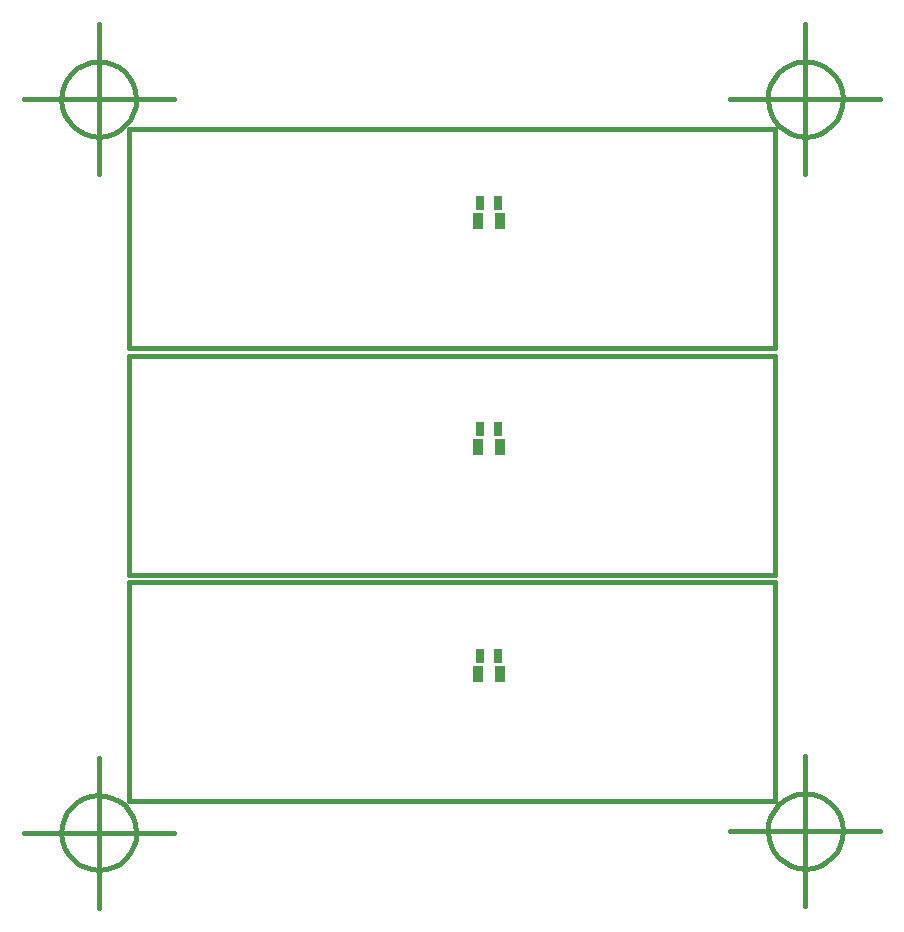
<source format=gbp>
G04 (created by PCBNEW-RS274X (2010-03-14)-final) date dom 30 oct 2011 23:58:25 ART*
G01*
G70*
G90*
%MOIN*%
G04 Gerber Fmt 3.4, Leading zero omitted, Abs format*
%FSLAX34Y34*%
G04 APERTURE LIST*
%ADD10C,0.000000*%
%ADD11C,0.015000*%
%ADD12R,0.035000X0.055000*%
%ADD13R,0.025000X0.045000*%
G04 APERTURE END LIST*
G54D10*
G54D11*
X79150Y-29750D02*
X79126Y-29992D01*
X79055Y-30226D01*
X78941Y-30441D01*
X78786Y-30630D01*
X78598Y-30786D01*
X78384Y-30902D01*
X78151Y-30974D01*
X77908Y-30999D01*
X77666Y-30977D01*
X77432Y-30908D01*
X77216Y-30795D01*
X77026Y-30643D01*
X76869Y-30456D01*
X76752Y-30242D01*
X76678Y-30009D01*
X76651Y-29767D01*
X76671Y-29525D01*
X76738Y-29290D01*
X76850Y-29073D01*
X77001Y-28882D01*
X77187Y-28724D01*
X77400Y-28605D01*
X77632Y-28530D01*
X77874Y-28501D01*
X78117Y-28519D01*
X78352Y-28585D01*
X78569Y-28695D01*
X78762Y-28845D01*
X78921Y-29030D01*
X79041Y-29242D01*
X79118Y-29474D01*
X79149Y-29716D01*
X79150Y-29750D01*
X75400Y-29750D02*
X80400Y-29750D01*
X77900Y-27250D02*
X77900Y-32250D01*
X79150Y-54150D02*
X79126Y-54392D01*
X79055Y-54626D01*
X78941Y-54841D01*
X78786Y-55030D01*
X78598Y-55186D01*
X78384Y-55302D01*
X78151Y-55374D01*
X77908Y-55399D01*
X77666Y-55377D01*
X77432Y-55308D01*
X77216Y-55195D01*
X77026Y-55043D01*
X76869Y-54856D01*
X76752Y-54642D01*
X76678Y-54409D01*
X76651Y-54167D01*
X76671Y-53925D01*
X76738Y-53690D01*
X76850Y-53473D01*
X77001Y-53282D01*
X77187Y-53124D01*
X77400Y-53005D01*
X77632Y-52930D01*
X77874Y-52901D01*
X78117Y-52919D01*
X78352Y-52985D01*
X78569Y-53095D01*
X78762Y-53245D01*
X78921Y-53430D01*
X79041Y-53642D01*
X79118Y-53874D01*
X79149Y-54116D01*
X79150Y-54150D01*
X75400Y-54150D02*
X80400Y-54150D01*
X77900Y-51650D02*
X77900Y-56650D01*
X55600Y-54200D02*
X55576Y-54442D01*
X55505Y-54676D01*
X55391Y-54891D01*
X55236Y-55080D01*
X55048Y-55236D01*
X54834Y-55352D01*
X54601Y-55424D01*
X54358Y-55449D01*
X54116Y-55427D01*
X53882Y-55358D01*
X53666Y-55245D01*
X53476Y-55093D01*
X53319Y-54906D01*
X53202Y-54692D01*
X53128Y-54459D01*
X53101Y-54217D01*
X53121Y-53975D01*
X53188Y-53740D01*
X53300Y-53523D01*
X53451Y-53332D01*
X53637Y-53174D01*
X53850Y-53055D01*
X54082Y-52980D01*
X54324Y-52951D01*
X54567Y-52969D01*
X54802Y-53035D01*
X55019Y-53145D01*
X55212Y-53295D01*
X55371Y-53480D01*
X55491Y-53692D01*
X55568Y-53924D01*
X55599Y-54166D01*
X55600Y-54200D01*
X51850Y-54200D02*
X56850Y-54200D01*
X54350Y-51700D02*
X54350Y-56700D01*
X55600Y-29750D02*
X55576Y-29992D01*
X55505Y-30226D01*
X55391Y-30441D01*
X55236Y-30630D01*
X55048Y-30786D01*
X54834Y-30902D01*
X54601Y-30974D01*
X54358Y-30999D01*
X54116Y-30977D01*
X53882Y-30908D01*
X53666Y-30795D01*
X53476Y-30643D01*
X53319Y-30456D01*
X53202Y-30242D01*
X53128Y-30009D01*
X53101Y-29767D01*
X53121Y-29525D01*
X53188Y-29290D01*
X53300Y-29073D01*
X53451Y-28882D01*
X53637Y-28724D01*
X53850Y-28605D01*
X54082Y-28530D01*
X54324Y-28501D01*
X54567Y-28519D01*
X54802Y-28585D01*
X55019Y-28695D01*
X55212Y-28845D01*
X55371Y-29030D01*
X55491Y-29242D01*
X55568Y-29474D01*
X55599Y-29716D01*
X55600Y-29750D01*
X51850Y-29750D02*
X56850Y-29750D01*
X54350Y-27250D02*
X54350Y-32250D01*
X76900Y-45850D02*
X76900Y-53150D01*
X76900Y-53150D02*
X55350Y-53150D01*
X55350Y-53150D02*
X55350Y-45850D01*
X55350Y-45850D02*
X76900Y-45850D01*
X55350Y-38300D02*
X76900Y-38300D01*
X55350Y-45600D02*
X55350Y-38300D01*
X76900Y-45600D02*
X55350Y-45600D01*
X76900Y-38300D02*
X76900Y-45600D01*
X55350Y-30750D02*
X76900Y-30750D01*
X55350Y-38050D02*
X55350Y-30750D01*
X76900Y-38050D02*
X55350Y-38050D01*
X76900Y-30750D02*
X76900Y-38050D01*
G54D12*
X67725Y-48900D03*
X66975Y-48900D03*
G54D13*
X67650Y-48300D03*
X67050Y-48300D03*
X67650Y-40750D03*
X67050Y-40750D03*
G54D12*
X67725Y-41350D03*
X66975Y-41350D03*
G54D13*
X67650Y-33200D03*
X67050Y-33200D03*
G54D12*
X67725Y-33800D03*
X66975Y-33800D03*
M02*

</source>
